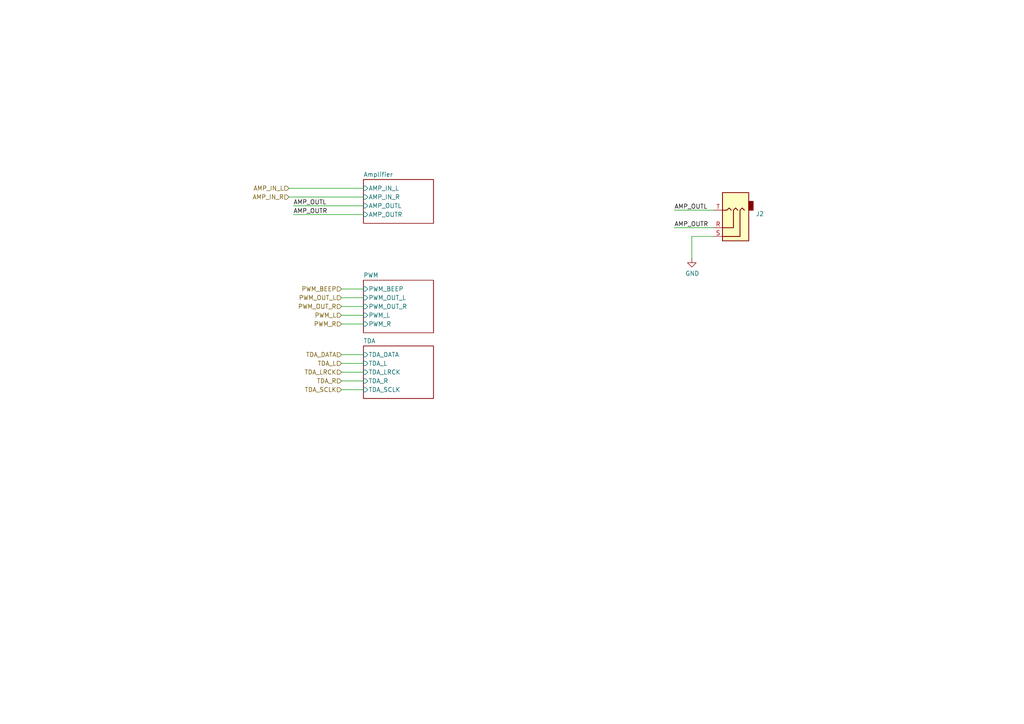
<source format=kicad_sch>
(kicad_sch (version 20250114) (generator "eeschema") (generator_version "9.0")
  (paper "A4")
  (title_block (title "${NAME}") (date "2025-05-10") (rev "${VERSION}") (company "Mikhail Matveev") (comment 1 "https://github.com/xtremespb/frank"))
  (lib_symbols
    (symbol "FRANK:AudioJack_3.5mm"
      (property "Reference" "AJ2" (at -7.1119 -4.0097 0))
      (symbol "AudioJack_3.5mm_0_1"
        (rectangle (start -5.08 -5.08) (end -6.35 -7.62) (stroke (width 0.254)) (fill (type outline)))
        (polyline (pts (xy -1.905 -5.08) (xy -1.27 -5.715) (xy -0.635 -5.08) (xy -0.635 0) (xy 2.54 0)) (stroke (width 0.254)))
        (polyline (pts (xy 0 -5.08) (xy 0.635 -5.715) (xy 1.27 -5.08) (xy 2.54 -5.08)) (stroke (width 0.254)))
        (rectangle (start 2.54 3.81) (end -5.08 -10.16) (stroke (width 0.254)) (fill (type background)))
        (polyline (pts (xy 2.54 2.54) (xy -2.54 2.54) (xy -2.54 -5.08) (xy -3.175 -5.715) (xy -3.81 -5.08)) (stroke (width 0.254)))
      )
      (symbol "AudioJack_3.5mm_1_1"
        (pin passive line (at 5.08 2.54 180) (length 2.54) (name "~") (number "S"))
        (pin passive line (at 5.08 0 180) (length 2.54) (name "~") (number "R"))
        (pin passive line (at 5.08 -5.08 180) (length 2.54) (name "~") (number "T"))
      )
    )
    (symbol "GND_1" (power) (pin_numbers (hide yes)) (pin_names (offset 0) (hide yes))
      (property "Value" "GND" (at 0 -3.81 0))
      (symbol "GND_1_0_1"
        (polyline (pts (xy 0 0) (xy 0 -1.27) (xy 1.27 -1.27) (xy 0 -2.54) (xy -1.27 -1.27) (xy 0 -1.27)))
      )
      (symbol "GND_1_1_1"
        (pin power_in line (at 0 0 270) (length 0) (name "~") (number "1"))
      )
    )
  )
  (wire (pts (xy 195.58 66.04) (xy 207.01 66.04)))
  (wire (pts (xy 99.06 110.49) (xy 105.41 110.49)))
  (wire (pts (xy 85.09 62.23) (xy 105.41 62.23)))
  (wire (pts (xy 85.09 59.69) (xy 105.41 59.69)))
  (wire (pts (xy 99.06 83.82) (xy 105.41 83.82)))
  (wire (pts (xy 99.06 107.95) (xy 105.41 107.95)))
  (wire (pts (xy 99.06 93.98) (xy 105.41 93.98)))
  (wire (pts (xy 99.06 105.41) (xy 105.41 105.41)))
  (wire (pts (xy 99.06 113.03) (xy 105.41 113.03)))
  (wire (pts (xy 195.58 60.96) (xy 207.01 60.96)))
  (wire (pts (xy 207.01 68.58) (xy 200.66 68.58)))
  (wire (pts (xy 99.06 102.87) (xy 105.41 102.87)))
  (wire (pts (xy 99.06 88.9) (xy 105.41 88.9)))
  (wire (pts (xy 83.82 57.15) (xy 105.41 57.15)))
  (wire (pts (xy 83.82 54.61) (xy 105.41 54.61)))
  (wire (pts (xy 200.66 68.58) (xy 200.66 74.93)))
  (wire (pts (xy 99.06 91.44) (xy 105.41 91.44)))
  (wire (pts (xy 99.06 86.36) (xy 105.41 86.36)))
  (label "AMP_OUTR" (at 195.58 66.04 0))
  (label "AMP_OUTL" (at 85.09 59.69 0))
  (label "AMP_OUTL" (at 195.58 60.96 0))
  (label "AMP_OUTR" (at 85.09 62.23 0))
  (hierarchical_label "PWM_OUT_R" (shape input) (at 99.06 88.9 180))
  (hierarchical_label "TDA_SCLK" (shape input) (at 99.06 113.03 180))
  (hierarchical_label "TDA_L" (shape input) (at 99.06 105.41 180))
  (hierarchical_label "TDA_DATA" (shape input) (at 99.06 102.87 180))
  (hierarchical_label "TDA_LRCK" (shape input) (at 99.06 107.95 180))
  (hierarchical_label "PWM_OUT_L" (shape input) (at 99.06 86.36 180))
  (hierarchical_label "PWM_R" (shape input) (at 99.06 93.98 180))
  (hierarchical_label "AMP_IN_R" (shape input) (at 83.82 57.15 180))
  (hierarchical_label "AMP_IN_L" (shape input) (at 83.82 54.61 180))
  (hierarchical_label "PWM_BEEP" (shape input) (at 99.06 83.82 180))
  (hierarchical_label "TDA_R" (shape input) (at 99.06 110.49 180))
  (hierarchical_label "PWM_L" (shape input) (at 99.06 91.44 180))
  (symbol (lib_name "GND_1") (lib_id "power:GND") (at 200.66 74.93 0) (unit 1)
    (property "Reference" "#PWR037" (effects (hide yes)))
    (property "Value" "GND" (at 200.787 79.3242 0))
    (property "Description" "Power symbol creates a global label with name \"GND\" , ground" (effects (hide yes)))
  )
  (symbol (lib_id "FRANK:AudioJack_3.5mm") (at 212.09 66.04 180) (unit 1)
    (property "Reference" "J2" (at 219.2019 62.0303 0) (effects (justify right)))
    (property "Value" "PJ-320D" (effects (hide yes)))
    (property "Footprint" "FRANK:Jack (3.5mm, PJ-320D)" (effects (hide yes)))
    (property "Datasheet" "https://www.lcsc.com/datasheet/lcsc_datasheet_1810121716_Korean-Hroparts-Elec-PJ-320D-4A_C95562.pdf" (effects (hide yes)))
    (property "AliExpress" "https://www.aliexpress.com/item/4001158231104.html" (effects (hide yes)))
  )
  (sheet (at 105.41 100.33) (size 20.32 15.24) (stroke (width 0.1524))
    (property "Sheetname" "TDA" (at 105.41 99.6184 0) (effects (justify left bottom)))
    (property "Sheetfile" "tda.kicad_sch" (effects (hide yes)))
    (pin "TDA_DATA" input (at 105.41 102.87 180))
    (pin "TDA_L" input (at 105.41 105.41 180))
    (pin "TDA_LRCK" input (at 105.41 107.95 180))
    (pin "TDA_R" input (at 105.41 110.49 180))
    (pin "TDA_SCLK" input (at 105.41 113.03 180))
  )
  (sheet (at 105.41 52.07) (size 20.32 12.7) (stroke (width 0.1524))
    (property "Sheetname" "Amplifier" (at 105.41 51.3584 0) (effects (justify left bottom)))
    (property "Sheetfile" "amp.kicad_sch" (effects (hide yes)))
    (pin "AMP_IN_L" input (at 105.41 54.61 180))
    (pin "AMP_IN_R" input (at 105.41 57.15 180))
    (pin "AMP_OUTL" input (at 105.41 59.69 180))
    (pin "AMP_OUTR" input (at 105.41 62.23 180))
  )
  (sheet (at 105.41 81.28) (size 20.32 15.24) (stroke (width 0.1524))
    (property "Sheetname" "PWM" (at 105.41 80.5684 0) (effects (justify left bottom)))
    (property "Sheetfile" "pwm.kicad_sch" (effects (hide yes)))
    (pin "PWM_L" input (at 105.41 91.44 180))
    (pin "PWM_R" input (at 105.41 93.98 180))
    (pin "PWM_BEEP" input (at 105.41 83.82 180))
    (pin "PWM_OUT_L" input (at 105.41 86.36 180))
    (pin "PWM_OUT_R" input (at 105.41 88.9 180))
  )
)
</source>
